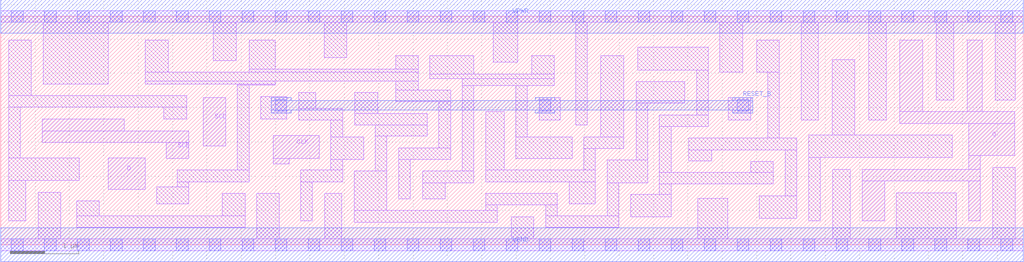
<source format=lef>
# Copyright 2020 The SkyWater PDK Authors
#
# Licensed under the Apache License, Version 2.0 (the "License");
# you may not use this file except in compliance with the License.
# You may obtain a copy of the License at
#
#     https://www.apache.org/licenses/LICENSE-2.0
#
# Unless required by applicable law or agreed to in writing, software
# distributed under the License is distributed on an "AS IS" BASIS,
# WITHOUT WARRANTIES OR CONDITIONS OF ANY KIND, either express or implied.
# See the License for the specific language governing permissions and
# limitations under the License.
#
# SPDX-License-Identifier: Apache-2.0

VERSION 5.7 ;
  NAMESCASESENSITIVE ON ;
  NOWIREEXTENSIONATPIN ON ;
  DIVIDERCHAR "/" ;
  BUSBITCHARS "[]" ;
UNITS
  DATABASE MICRONS 200 ;
END UNITS
MACRO sky130_fd_sc_hs__sdfrtp_4
  CLASS CORE ;
  SOURCE USER ;
  FOREIGN sky130_fd_sc_hs__sdfrtp_4 ;
  ORIGIN  0.000000  0.000000 ;
  SIZE  14.88000 BY  3.330000 ;
  SYMMETRY X Y R90 ;
  SITE unit ;
  PIN D
    ANTENNAGATEAREA  0.159000 ;
    DIRECTION INPUT ;
    USE SIGNAL ;
    PORT
      LAYER li1 ;
        RECT 1.565000 0.810000 2.100000 1.265000 ;
    END
  END D
  PIN Q
    ANTENNADIFFAREA  1.086400 ;
    DIRECTION OUTPUT ;
    USE SIGNAL ;
    PORT
      LAYER li1 ;
        RECT 12.535000 0.350000 12.865000 0.930000 ;
        RECT 12.535000 0.930000 14.255000 1.100000 ;
        RECT 13.085000 1.770000 14.755000 1.940000 ;
        RECT 13.085000 1.940000 13.415000 2.980000 ;
        RECT 14.065000 1.940000 14.280000 2.980000 ;
        RECT 14.085000 0.350000 14.255000 0.930000 ;
        RECT 14.085000 1.100000 14.255000 1.300000 ;
        RECT 14.085000 1.300000 14.755000 1.770000 ;
    END
  END Q
  PIN RESET_B
    ANTENNAGATEAREA  0.411000 ;
    DIRECTION INPUT ;
    USE SIGNAL ;
    PORT
      LAYER met1 ;
        RECT  3.935000 1.920000  4.225000 1.965000 ;
        RECT  3.935000 1.965000 10.945000 2.105000 ;
        RECT  3.935000 2.105000  4.225000 2.150000 ;
        RECT  7.775000 1.920000  8.065000 1.965000 ;
        RECT  7.775000 2.105000  8.065000 2.150000 ;
        RECT 10.655000 1.920000 10.945000 1.965000 ;
        RECT 10.655000 2.105000 10.945000 2.150000 ;
    END
  END RESET_B
  PIN SCD
    ANTENNAGATEAREA  0.159000 ;
    DIRECTION INPUT ;
    USE SIGNAL ;
    PORT
      LAYER li1 ;
        RECT 2.945000 1.440000 3.275000 2.150000 ;
    END
  END SCD
  PIN SCE
    ANTENNAGATEAREA  0.318000 ;
    DIRECTION INPUT ;
    USE SIGNAL ;
    PORT
      LAYER li1 ;
        RECT 0.605000 1.490000 2.735000 1.660000 ;
        RECT 0.605000 1.660000 1.795000 1.835000 ;
        RECT 2.405000 1.260000 2.735000 1.490000 ;
    END
  END SCE
  PIN CLK
    ANTENNAGATEAREA  0.279000 ;
    DIRECTION INPUT ;
    USE CLOCK ;
    PORT
      LAYER li1 ;
        RECT 3.965000 1.180000 4.195000 1.260000 ;
        RECT 3.965000 1.260000 4.635000 1.590000 ;
    END
  END CLK
  PIN VGND
    DIRECTION INOUT ;
    USE GROUND ;
    PORT
      LAYER met1 ;
        RECT 0.000000 -0.245000 14.880000 0.245000 ;
    END
  END VGND
  PIN VPWR
    DIRECTION INOUT ;
    USE POWER ;
    PORT
      LAYER met1 ;
        RECT 0.000000 3.085000 14.880000 3.575000 ;
    END
  END VPWR
  OBS
    LAYER li1 ;
      RECT  0.000000 -0.085000 14.880000 0.085000 ;
      RECT  0.000000  3.245000 14.880000 3.415000 ;
      RECT  0.115000  0.350000  0.365000 0.935000 ;
      RECT  0.115000  0.935000  1.140000 1.265000 ;
      RECT  0.115000  1.265000  0.285000 2.005000 ;
      RECT  0.115000  2.005000  2.705000 2.175000 ;
      RECT  0.115000  2.175000  0.445000 2.980000 ;
      RECT  0.545000  0.085000  0.875000 0.765000 ;
      RECT  0.615000  2.345000  1.565000 3.245000 ;
      RECT  1.105000  0.255000  3.555000 0.425000 ;
      RECT  1.105000  0.425000  1.435000 0.640000 ;
      RECT  2.105000  2.345000  3.995000 2.390000 ;
      RECT  2.105000  2.390000  6.075000 2.515000 ;
      RECT  2.105000  2.515000  2.435000 2.980000 ;
      RECT  2.270000  0.595000  2.735000 0.845000 ;
      RECT  2.375000  1.830000  2.705000 2.005000 ;
      RECT  2.565000  0.845000  2.735000 0.920000 ;
      RECT  2.565000  0.920000  3.615000 1.090000 ;
      RECT  3.095000  2.685000  3.425000 3.245000 ;
      RECT  3.225000  0.425000  3.555000 0.750000 ;
      RECT  3.445000  1.090000  3.615000 2.330000 ;
      RECT  3.445000  2.330000  3.995000 2.345000 ;
      RECT  3.615000  2.515000  6.075000 2.560000 ;
      RECT  3.615000  2.560000  3.995000 2.980000 ;
      RECT  3.725000  0.085000  4.055000 0.750000 ;
      RECT  3.785000  1.830000  4.165000 2.160000 ;
      RECT  4.335000  1.820000  4.975000 1.990000 ;
      RECT  4.335000  1.990000  4.585000 2.220000 ;
      RECT  4.365000  0.350000  4.535000 0.920000 ;
      RECT  4.365000  0.920000  4.975000 1.090000 ;
      RECT  4.705000  2.730000  5.035000 3.245000 ;
      RECT  4.715000  0.085000  4.965000 0.750000 ;
      RECT  4.805000  1.090000  4.975000 1.245000 ;
      RECT  4.805000  1.245000  5.280000 1.575000 ;
      RECT  4.805000  1.575000  4.975000 1.820000 ;
      RECT  5.145000  0.330000  7.225000 0.500000 ;
      RECT  5.145000  0.500000  5.620000 1.075000 ;
      RECT  5.155000  1.745000  6.205000 1.915000 ;
      RECT  5.155000  1.915000  5.485000 2.220000 ;
      RECT  5.450000  1.075000  5.620000 1.585000 ;
      RECT  5.450000  1.585000  6.205000 1.745000 ;
      RECT  5.745000  2.085000  6.545000 2.255000 ;
      RECT  5.745000  2.255000  6.075000 2.390000 ;
      RECT  5.745000  2.560000  6.075000 2.755000 ;
      RECT  5.790000  0.670000  5.960000 1.245000 ;
      RECT  5.790000  1.245000  6.545000 1.415000 ;
      RECT  6.140000  0.670000  6.470000 0.905000 ;
      RECT  6.140000  0.905000  6.885000 1.075000 ;
      RECT  6.245000  2.425000  8.055000 2.490000 ;
      RECT  6.245000  2.490000  6.885000 2.755000 ;
      RECT  6.375000  1.415000  6.545000 2.085000 ;
      RECT  6.715000  1.075000  6.885000 2.320000 ;
      RECT  6.715000  2.320000  8.055000 2.425000 ;
      RECT  7.055000  0.500000  7.225000 0.580000 ;
      RECT  7.055000  0.580000  8.100000 0.750000 ;
      RECT  7.055000  0.920000  8.655000 1.090000 ;
      RECT  7.055000  1.090000  7.325000 1.945000 ;
      RECT  7.170000  2.660000  7.520000 3.245000 ;
      RECT  7.430000  0.085000  7.760000 0.410000 ;
      RECT  7.495000  1.260000  8.315000 1.575000 ;
      RECT  7.495000  1.575000  7.665000 2.320000 ;
      RECT  7.725000  2.490000  8.055000 2.755000 ;
      RECT  7.835000  1.820000  8.145000 2.150000 ;
      RECT  7.930000  0.255000  8.995000 0.425000 ;
      RECT  7.930000  0.425000  8.100000 0.580000 ;
      RECT  8.270000  0.595000  8.655000 0.920000 ;
      RECT  8.365000  1.745000  8.535000 3.245000 ;
      RECT  8.485000  1.090000  8.655000 1.405000 ;
      RECT  8.485000  1.405000  9.065000 1.575000 ;
      RECT  8.735000  1.575000  9.065000 2.755000 ;
      RECT  8.825000  0.425000  8.995000 0.905000 ;
      RECT  8.825000  0.905000  9.415000 1.235000 ;
      RECT  9.165000  0.405000  9.755000 0.735000 ;
      RECT  9.245000  1.235000  9.415000 2.065000 ;
      RECT  9.245000  2.065000  9.955000 2.380000 ;
      RECT  9.270000  2.550000 10.295000 2.880000 ;
      RECT  9.585000  0.735000  9.755000 0.885000 ;
      RECT  9.585000  0.885000 11.245000 1.055000 ;
      RECT  9.585000  1.055000  9.755000 1.725000 ;
      RECT  9.585000  1.725000 10.295000 1.895000 ;
      RECT 10.015000  1.225000 10.345000 1.385000 ;
      RECT 10.015000  1.385000 11.585000 1.555000 ;
      RECT 10.125000  1.895000 10.295000 2.550000 ;
      RECT 10.140000  0.085000 10.580000 0.680000 ;
      RECT 10.465000  2.520000 10.795000 3.245000 ;
      RECT 10.585000  1.820000 10.915000 2.150000 ;
      RECT 10.915000  1.055000 11.245000 1.215000 ;
      RECT 11.000000  2.520000 11.330000 2.980000 ;
      RECT 11.040000  0.385000 11.585000 0.715000 ;
      RECT 11.160000  1.555000 11.330000 2.520000 ;
      RECT 11.415000  0.715000 11.585000 1.385000 ;
      RECT 11.650000  1.820000 11.900000 3.245000 ;
      RECT 11.755000  0.350000 11.925000 1.270000 ;
      RECT 11.755000  1.270000 13.850000 1.600000 ;
      RECT 12.100000  1.600000 12.430000 2.700000 ;
      RECT 12.105000  0.085000 12.365000 1.100000 ;
      RECT 12.635000  1.820000 12.885000 3.245000 ;
      RECT 13.035000  0.085000 13.905000 0.760000 ;
      RECT 13.615000  2.110000 13.865000 3.245000 ;
      RECT 14.435000  0.085000 14.765000 1.130000 ;
      RECT 14.470000  2.110000 14.765000 3.245000 ;
    LAYER mcon ;
      RECT  0.155000 -0.085000  0.325000 0.085000 ;
      RECT  0.155000  3.245000  0.325000 3.415000 ;
      RECT  0.635000 -0.085000  0.805000 0.085000 ;
      RECT  0.635000  3.245000  0.805000 3.415000 ;
      RECT  1.115000 -0.085000  1.285000 0.085000 ;
      RECT  1.115000  3.245000  1.285000 3.415000 ;
      RECT  1.595000 -0.085000  1.765000 0.085000 ;
      RECT  1.595000  3.245000  1.765000 3.415000 ;
      RECT  2.075000 -0.085000  2.245000 0.085000 ;
      RECT  2.075000  3.245000  2.245000 3.415000 ;
      RECT  2.555000 -0.085000  2.725000 0.085000 ;
      RECT  2.555000  3.245000  2.725000 3.415000 ;
      RECT  3.035000 -0.085000  3.205000 0.085000 ;
      RECT  3.035000  3.245000  3.205000 3.415000 ;
      RECT  3.515000 -0.085000  3.685000 0.085000 ;
      RECT  3.515000  3.245000  3.685000 3.415000 ;
      RECT  3.995000 -0.085000  4.165000 0.085000 ;
      RECT  3.995000  1.950000  4.165000 2.120000 ;
      RECT  3.995000  3.245000  4.165000 3.415000 ;
      RECT  4.475000 -0.085000  4.645000 0.085000 ;
      RECT  4.475000  3.245000  4.645000 3.415000 ;
      RECT  4.955000 -0.085000  5.125000 0.085000 ;
      RECT  4.955000  3.245000  5.125000 3.415000 ;
      RECT  5.435000 -0.085000  5.605000 0.085000 ;
      RECT  5.435000  3.245000  5.605000 3.415000 ;
      RECT  5.915000 -0.085000  6.085000 0.085000 ;
      RECT  5.915000  3.245000  6.085000 3.415000 ;
      RECT  6.395000 -0.085000  6.565000 0.085000 ;
      RECT  6.395000  3.245000  6.565000 3.415000 ;
      RECT  6.875000 -0.085000  7.045000 0.085000 ;
      RECT  6.875000  3.245000  7.045000 3.415000 ;
      RECT  7.355000 -0.085000  7.525000 0.085000 ;
      RECT  7.355000  3.245000  7.525000 3.415000 ;
      RECT  7.835000 -0.085000  8.005000 0.085000 ;
      RECT  7.835000  1.950000  8.005000 2.120000 ;
      RECT  7.835000  3.245000  8.005000 3.415000 ;
      RECT  8.315000 -0.085000  8.485000 0.085000 ;
      RECT  8.315000  3.245000  8.485000 3.415000 ;
      RECT  8.795000 -0.085000  8.965000 0.085000 ;
      RECT  8.795000  3.245000  8.965000 3.415000 ;
      RECT  9.275000 -0.085000  9.445000 0.085000 ;
      RECT  9.275000  3.245000  9.445000 3.415000 ;
      RECT  9.755000 -0.085000  9.925000 0.085000 ;
      RECT  9.755000  3.245000  9.925000 3.415000 ;
      RECT 10.235000 -0.085000 10.405000 0.085000 ;
      RECT 10.235000  3.245000 10.405000 3.415000 ;
      RECT 10.715000 -0.085000 10.885000 0.085000 ;
      RECT 10.715000  1.950000 10.885000 2.120000 ;
      RECT 10.715000  3.245000 10.885000 3.415000 ;
      RECT 11.195000 -0.085000 11.365000 0.085000 ;
      RECT 11.195000  3.245000 11.365000 3.415000 ;
      RECT 11.675000 -0.085000 11.845000 0.085000 ;
      RECT 11.675000  3.245000 11.845000 3.415000 ;
      RECT 12.155000 -0.085000 12.325000 0.085000 ;
      RECT 12.155000  3.245000 12.325000 3.415000 ;
      RECT 12.635000 -0.085000 12.805000 0.085000 ;
      RECT 12.635000  3.245000 12.805000 3.415000 ;
      RECT 13.115000 -0.085000 13.285000 0.085000 ;
      RECT 13.115000  3.245000 13.285000 3.415000 ;
      RECT 13.595000 -0.085000 13.765000 0.085000 ;
      RECT 13.595000  3.245000 13.765000 3.415000 ;
      RECT 14.075000 -0.085000 14.245000 0.085000 ;
      RECT 14.075000  3.245000 14.245000 3.415000 ;
      RECT 14.555000 -0.085000 14.725000 0.085000 ;
      RECT 14.555000  3.245000 14.725000 3.415000 ;
  END
END sky130_fd_sc_hs__sdfrtp_4

</source>
